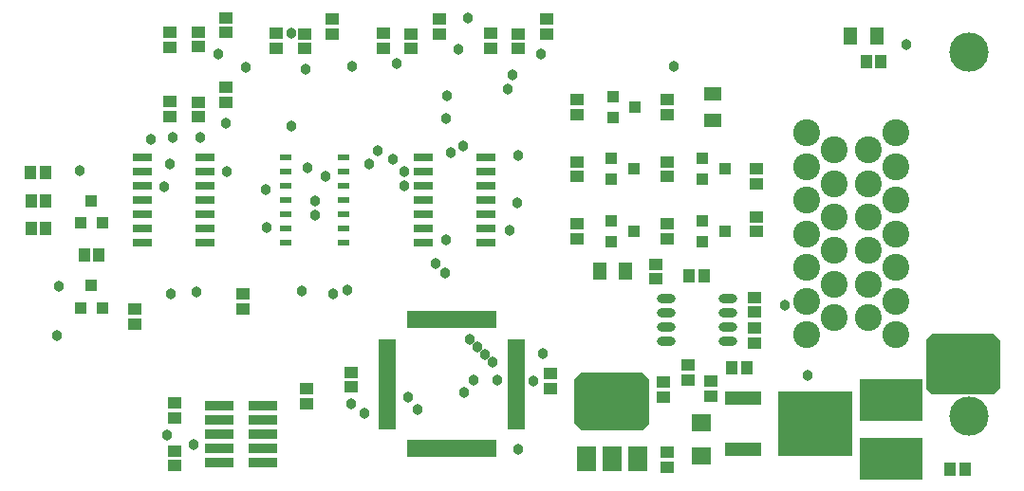
<source format=gts>
G04*
G04 #@! TF.GenerationSoftware,Altium Limited,Altium Designer,20.0.11 (256)*
G04*
G04 Layer_Color=8388736*
%FSLAX25Y25*%
%MOIN*%
G70*
G01*
G75*
%ADD36R,0.04343X0.04737*%
%ADD37R,0.04737X0.04343*%
%ADD38R,0.05918X0.05131*%
%ADD39R,0.05131X0.05918*%
%ADD40R,0.06509X0.06115*%
%ADD41R,0.22257X0.14580*%
%ADD42R,0.04343X0.03950*%
%ADD43R,0.03950X0.04343*%
%ADD44R,0.25997X0.22650*%
%ADD45R,0.12611X0.04737*%
%ADD46R,0.04540X0.04147*%
%ADD47R,0.04147X0.04540*%
%ADD48R,0.04300X0.02454*%
%ADD49R,0.06509X0.03162*%
%ADD50O,0.06509X0.03162*%
%ADD51R,0.01981X0.06115*%
%ADD52R,0.06115X0.01981*%
%ADD53R,0.15761X0.08674*%
%ADD54R,0.06706X0.08674*%
%ADD55R,0.10249X0.03792*%
%ADD56C,0.13792*%
%ADD57C,0.09461*%
%ADD58C,0.03800*%
G36*
X273622Y36122D02*
X273622Y20669D01*
X271260Y18307D01*
X249902Y18307D01*
X247244Y20965D01*
X247244Y36319D01*
X249705Y38780D01*
X270965Y38780D01*
X273622Y36122D01*
D02*
G37*
G36*
X396752Y50000D02*
X396752Y33366D01*
X394587Y31201D01*
X372736Y31201D01*
X370768Y33169D01*
X370768Y50343D01*
X372885Y52461D01*
X394291Y52461D01*
X396752Y50000D01*
D02*
G37*
D36*
X56201Y109055D02*
D03*
X61516D02*
D03*
X307677Y40453D02*
D03*
X302362D02*
D03*
X379035Y4626D02*
D03*
X384350D02*
D03*
D37*
X287106Y41240D02*
D03*
Y35925D02*
D03*
X168790Y33563D02*
D03*
Y38878D02*
D03*
X106693Y28051D02*
D03*
Y22736D02*
D03*
X238681Y32972D02*
D03*
Y38287D02*
D03*
X105117Y133957D02*
D03*
Y128642D02*
D03*
X217712Y157972D02*
D03*
Y152657D02*
D03*
X142517Y157972D02*
D03*
Y152657D02*
D03*
X105117Y158465D02*
D03*
Y153150D02*
D03*
X180088Y157948D02*
D03*
Y152632D02*
D03*
X279921Y10630D02*
D03*
Y5315D02*
D03*
X278445Y35433D02*
D03*
Y30118D02*
D03*
X130709Y61122D02*
D03*
Y66437D02*
D03*
D38*
X295669Y127559D02*
D03*
Y136614D02*
D03*
D39*
X265158Y74410D02*
D03*
X256102D02*
D03*
X344291Y157087D02*
D03*
X353346D02*
D03*
D40*
X291732Y21063D02*
D03*
Y9449D02*
D03*
D41*
X358465Y29134D02*
D03*
Y8465D02*
D03*
D42*
X260630Y135827D02*
D03*
Y128347D02*
D03*
X268504Y132087D02*
D03*
X292126Y92126D02*
D03*
Y84646D02*
D03*
X300000Y88386D02*
D03*
X292126Y114075D02*
D03*
Y106595D02*
D03*
X300000Y110335D02*
D03*
X260245Y92126D02*
D03*
Y84646D02*
D03*
X268119Y88386D02*
D03*
X260236Y114075D02*
D03*
Y106595D02*
D03*
X268110Y110335D02*
D03*
D43*
X73819Y61516D02*
D03*
X81299D02*
D03*
X77559Y69390D02*
D03*
X73819Y91341D02*
D03*
X81299D02*
D03*
X77559Y99215D02*
D03*
D44*
X331693Y20610D02*
D03*
D45*
X306299Y11594D02*
D03*
Y29626D02*
D03*
D46*
X279921Y90945D02*
D03*
Y85827D02*
D03*
Y112894D02*
D03*
Y107776D02*
D03*
X248031Y90945D02*
D03*
Y85827D02*
D03*
Y112894D02*
D03*
Y107776D02*
D03*
X311024Y93504D02*
D03*
Y88386D02*
D03*
Y105217D02*
D03*
Y110335D02*
D03*
X92913Y61003D02*
D03*
Y55885D02*
D03*
X310524Y54315D02*
D03*
Y49197D02*
D03*
Y60070D02*
D03*
Y65188D02*
D03*
X153150Y32972D02*
D03*
Y27854D02*
D03*
X106693Y11220D02*
D03*
Y6102D02*
D03*
X279823Y129528D02*
D03*
Y134646D02*
D03*
X248031Y129528D02*
D03*
Y134646D02*
D03*
X275665Y76772D02*
D03*
Y71653D02*
D03*
X295177Y30512D02*
D03*
Y35630D02*
D03*
X124802Y133858D02*
D03*
Y138976D02*
D03*
X237397Y157874D02*
D03*
Y162992D02*
D03*
X114959Y128740D02*
D03*
Y133858D02*
D03*
X227555Y152756D02*
D03*
Y157874D02*
D03*
X162202D02*
D03*
Y162992D02*
D03*
X152359Y152756D02*
D03*
Y157874D02*
D03*
X124802Y158366D02*
D03*
Y163484D02*
D03*
X199773Y157849D02*
D03*
Y162967D02*
D03*
X114959Y153248D02*
D03*
Y158366D02*
D03*
X189930Y152731D02*
D03*
Y157849D02*
D03*
D47*
X61417Y89370D02*
D03*
X56299D02*
D03*
X56299Y99213D02*
D03*
X61417D02*
D03*
X75000Y79921D02*
D03*
X80118D02*
D03*
X287598Y72835D02*
D03*
X292717D02*
D03*
X349803Y148031D02*
D03*
X354921D02*
D03*
D48*
X166240Y84311D02*
D03*
Y89311D02*
D03*
Y94311D02*
D03*
Y99311D02*
D03*
Y104311D02*
D03*
Y109311D02*
D03*
Y114311D02*
D03*
X145768Y84311D02*
D03*
Y89311D02*
D03*
Y94311D02*
D03*
Y99311D02*
D03*
Y104311D02*
D03*
Y109311D02*
D03*
Y114311D02*
D03*
D49*
X117544Y84311D02*
D03*
Y89311D02*
D03*
Y94311D02*
D03*
Y99311D02*
D03*
Y104311D02*
D03*
Y109311D02*
D03*
Y114311D02*
D03*
X95496Y84311D02*
D03*
Y89311D02*
D03*
Y94311D02*
D03*
Y99311D02*
D03*
Y104311D02*
D03*
Y109311D02*
D03*
Y114311D02*
D03*
X216142Y84311D02*
D03*
Y89311D02*
D03*
Y94311D02*
D03*
Y99311D02*
D03*
Y104311D02*
D03*
Y109311D02*
D03*
Y114311D02*
D03*
X194095Y84311D02*
D03*
Y89311D02*
D03*
Y94311D02*
D03*
Y99311D02*
D03*
Y104311D02*
D03*
Y109311D02*
D03*
Y114311D02*
D03*
D50*
X279528Y64784D02*
D03*
Y59784D02*
D03*
Y54783D02*
D03*
Y49784D02*
D03*
X300984Y64784D02*
D03*
Y49784D02*
D03*
Y59784D02*
D03*
Y54783D02*
D03*
D51*
X218898Y12008D02*
D03*
X216929D02*
D03*
X214961D02*
D03*
X212992D02*
D03*
X211024D02*
D03*
X209055D02*
D03*
X207087D02*
D03*
X205118D02*
D03*
X203150D02*
D03*
X201181D02*
D03*
X199213D02*
D03*
X197244D02*
D03*
X195276D02*
D03*
X193307D02*
D03*
X191339D02*
D03*
X189370D02*
D03*
Y57284D02*
D03*
X191339D02*
D03*
X193307D02*
D03*
X195276D02*
D03*
X197244D02*
D03*
X199213D02*
D03*
X201181D02*
D03*
X203150D02*
D03*
X205118D02*
D03*
X207087D02*
D03*
X209055D02*
D03*
X211024D02*
D03*
X212992D02*
D03*
X214961D02*
D03*
X216929D02*
D03*
X218898D02*
D03*
D52*
X181496Y19882D02*
D03*
Y21850D02*
D03*
Y23819D02*
D03*
Y25787D02*
D03*
Y27756D02*
D03*
Y29724D02*
D03*
Y31693D02*
D03*
Y33661D02*
D03*
Y35630D02*
D03*
Y37598D02*
D03*
Y39567D02*
D03*
Y41535D02*
D03*
Y43504D02*
D03*
Y45472D02*
D03*
Y47441D02*
D03*
Y49409D02*
D03*
X226772D02*
D03*
Y47441D02*
D03*
Y45472D02*
D03*
Y43504D02*
D03*
Y41535D02*
D03*
Y39567D02*
D03*
Y37598D02*
D03*
Y35630D02*
D03*
Y33661D02*
D03*
Y31693D02*
D03*
Y29724D02*
D03*
Y27756D02*
D03*
Y25787D02*
D03*
Y23819D02*
D03*
Y21850D02*
D03*
Y19882D02*
D03*
D53*
X260433Y33071D02*
D03*
D54*
X269488Y8268D02*
D03*
X260433D02*
D03*
X251378D02*
D03*
D55*
X122441Y27028D02*
D03*
X137795D02*
D03*
X122441Y22027D02*
D03*
X137795D02*
D03*
X122441Y17028D02*
D03*
X137795D02*
D03*
X122441Y12027D02*
D03*
X137795D02*
D03*
X122441Y7028D02*
D03*
X137795D02*
D03*
D56*
X385827Y23524D02*
D03*
Y151476D02*
D03*
D57*
X328740Y122933D02*
D03*
Y111122D02*
D03*
Y99311D02*
D03*
Y87500D02*
D03*
Y75689D02*
D03*
Y63878D02*
D03*
Y52067D02*
D03*
X338583Y117028D02*
D03*
Y105217D02*
D03*
Y93405D02*
D03*
Y81595D02*
D03*
Y69784D02*
D03*
Y57972D02*
D03*
X350394Y117028D02*
D03*
Y105217D02*
D03*
Y93405D02*
D03*
Y81595D02*
D03*
Y69784D02*
D03*
Y57972D02*
D03*
X360236Y122933D02*
D03*
Y111122D02*
D03*
Y99311D02*
D03*
Y87500D02*
D03*
Y75689D02*
D03*
Y63878D02*
D03*
Y52067D02*
D03*
D58*
X192028Y25787D02*
D03*
X188779Y30217D02*
D03*
X167323Y67815D02*
D03*
X173524Y24508D02*
D03*
X168701Y27756D02*
D03*
X198425Y77152D02*
D03*
X162598Y66437D02*
D03*
X104062Y16804D02*
D03*
X113386Y13386D02*
D03*
X169149Y146457D02*
D03*
X183465Y113675D02*
D03*
X202611Y136221D02*
D03*
X98300Y120866D02*
D03*
X227362Y114961D02*
D03*
X184953Y147244D02*
D03*
X124752Y126311D02*
D03*
X152756Y145276D02*
D03*
X147638Y125426D02*
D03*
X73622Y109646D02*
D03*
X66142Y68996D02*
D03*
X235433Y150787D02*
D03*
X282222Y146292D02*
D03*
X363896Y153937D02*
D03*
X147638Y157923D02*
D03*
X122131Y150787D02*
D03*
X115870Y121260D02*
D03*
X106101Y121370D02*
D03*
X65354Y51575D02*
D03*
X114567Y66929D02*
D03*
X151466Y67433D02*
D03*
X227559Y11811D02*
D03*
X220079Y35905D02*
D03*
X232776Y35630D02*
D03*
X211811Y36220D02*
D03*
X131890Y146063D02*
D03*
X103150Y103937D02*
D03*
X125197Y109547D02*
D03*
X105166Y112205D02*
D03*
X105512Y66535D02*
D03*
X138976Y89862D02*
D03*
X138878Y102953D02*
D03*
X227165Y98327D02*
D03*
X224311Y88681D02*
D03*
X178051Y116732D02*
D03*
X175251Y111909D02*
D03*
X156201Y94193D02*
D03*
Y99213D02*
D03*
X153347Y110728D02*
D03*
X159941Y107677D02*
D03*
X201870Y73819D02*
D03*
X187500Y104232D02*
D03*
Y109547D02*
D03*
X225453Y143445D02*
D03*
X223878Y138445D02*
D03*
X201969Y85433D02*
D03*
X209842Y163238D02*
D03*
X206299Y152362D02*
D03*
X203937Y116142D02*
D03*
X208268Y118445D02*
D03*
X201969Y128199D02*
D03*
X236024Y45472D02*
D03*
X218593Y42234D02*
D03*
X215905Y44921D02*
D03*
X213218Y47608D02*
D03*
X210531Y50295D02*
D03*
X208563Y31791D02*
D03*
X321260Y62402D02*
D03*
X329134Y37697D02*
D03*
X394096Y48228D02*
D03*
X392128Y44291D02*
D03*
X394096Y40354D02*
D03*
X392128Y36417D02*
D03*
X390159Y48228D02*
D03*
X388191Y44291D02*
D03*
X390159Y40354D02*
D03*
X388191Y36417D02*
D03*
X386222Y48228D02*
D03*
X384254Y44291D02*
D03*
X386222Y40354D02*
D03*
X384254Y36417D02*
D03*
X382285Y48228D02*
D03*
X380317Y44291D02*
D03*
X382285Y40354D02*
D03*
X380317Y36417D02*
D03*
X378348Y48228D02*
D03*
X376380Y44291D02*
D03*
X378348Y40354D02*
D03*
X376380Y36417D02*
D03*
X374411Y48228D02*
D03*
X372443Y44291D02*
D03*
X374411Y40354D02*
D03*
X372443Y36417D02*
D03*
M02*

</source>
